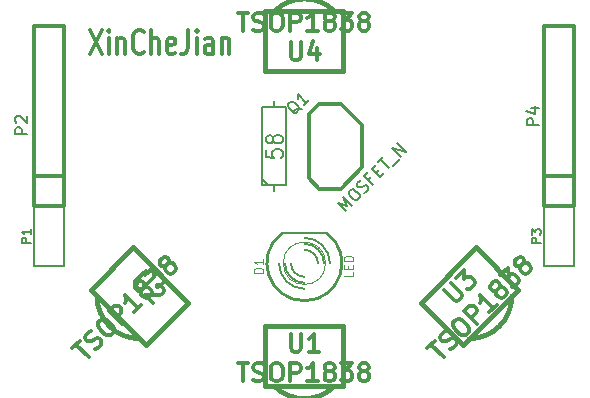
<source format=gto>
G04 (created by PCBNEW (2011-nov-30)-testing) date Wed 12 Sep 2012 12:51:24 AM CST*
%MOIN*%
G04 Gerber Fmt 3.4, Leading zero omitted, Abs format*
%FSLAX34Y34*%
G01*
G70*
G90*
G04 APERTURE LIST*
%ADD10C,0.006*%
%ADD11C,0.012*%
%ADD12C,0.015*%
%ADD13C,0.008*%
%ADD14C,0.003*%
%ADD15C,0.01*%
%ADD16C,0.0035*%
G04 APERTURE END LIST*
G54D10*
G54D11*
X21343Y-17124D02*
X21743Y-17924D01*
X21743Y-17124D02*
X21343Y-17924D01*
X21971Y-17924D02*
X21971Y-17390D01*
X21971Y-17124D02*
X21942Y-17162D01*
X21971Y-17200D01*
X21999Y-17162D01*
X21971Y-17124D01*
X21971Y-17200D01*
X22257Y-17390D02*
X22257Y-17924D01*
X22257Y-17467D02*
X22285Y-17429D01*
X22343Y-17390D01*
X22428Y-17390D01*
X22485Y-17429D01*
X22514Y-17505D01*
X22514Y-17924D01*
X23143Y-17848D02*
X23114Y-17886D01*
X23028Y-17924D01*
X22971Y-17924D01*
X22886Y-17886D01*
X22828Y-17810D01*
X22800Y-17733D01*
X22771Y-17581D01*
X22771Y-17467D01*
X22800Y-17314D01*
X22828Y-17238D01*
X22886Y-17162D01*
X22971Y-17124D01*
X23028Y-17124D01*
X23114Y-17162D01*
X23143Y-17200D01*
X23400Y-17924D02*
X23400Y-17124D01*
X23657Y-17924D02*
X23657Y-17505D01*
X23628Y-17429D01*
X23571Y-17390D01*
X23486Y-17390D01*
X23428Y-17429D01*
X23400Y-17467D01*
X24171Y-17886D02*
X24114Y-17924D01*
X24000Y-17924D01*
X23943Y-17886D01*
X23914Y-17810D01*
X23914Y-17505D01*
X23943Y-17429D01*
X24000Y-17390D01*
X24114Y-17390D01*
X24171Y-17429D01*
X24200Y-17505D01*
X24200Y-17581D01*
X23914Y-17657D01*
X24628Y-17124D02*
X24628Y-17695D01*
X24600Y-17810D01*
X24543Y-17886D01*
X24457Y-17924D01*
X24400Y-17924D01*
X24914Y-17924D02*
X24914Y-17390D01*
X24914Y-17124D02*
X24885Y-17162D01*
X24914Y-17200D01*
X24942Y-17162D01*
X24914Y-17124D01*
X24914Y-17200D01*
X25457Y-17924D02*
X25457Y-17505D01*
X25428Y-17429D01*
X25371Y-17390D01*
X25257Y-17390D01*
X25200Y-17429D01*
X25457Y-17886D02*
X25400Y-17924D01*
X25257Y-17924D01*
X25200Y-17886D01*
X25171Y-17810D01*
X25171Y-17733D01*
X25200Y-17657D01*
X25257Y-17619D01*
X25400Y-17619D01*
X25457Y-17581D01*
X25743Y-17390D02*
X25743Y-17924D01*
X25743Y-17467D02*
X25771Y-17429D01*
X25829Y-17390D01*
X25914Y-17390D01*
X25971Y-17429D01*
X26000Y-17505D01*
X26000Y-17924D01*
G54D12*
X27500Y-29000D02*
G75*
G03X29500Y-29000I1000J1000D01*
G74*
G01*
X27200Y-27000D02*
X27200Y-29000D01*
X27200Y-29000D02*
X29800Y-29000D01*
X29800Y-29000D02*
X29800Y-27000D01*
X29800Y-27000D02*
X27200Y-27000D01*
X29500Y-16500D02*
G75*
G03X27500Y-16500I-1000J-1000D01*
G74*
G01*
X29800Y-18500D02*
X29800Y-16500D01*
X29800Y-16500D02*
X27200Y-16500D01*
X27200Y-16500D02*
X27200Y-18500D01*
X27200Y-18500D02*
X29800Y-18500D01*
X21586Y-26000D02*
G75*
G03X23000Y-27414I1414J0D01*
G74*
G01*
X22788Y-24374D02*
X21374Y-25788D01*
X21374Y-25788D02*
X23212Y-27626D01*
X23212Y-27626D02*
X24626Y-26212D01*
X24626Y-26212D02*
X22788Y-24374D01*
X34000Y-27414D02*
G75*
G03X35414Y-26000I0J1414D01*
G74*
G01*
X32374Y-26212D02*
X33788Y-27626D01*
X33788Y-27626D02*
X35626Y-25788D01*
X35626Y-25788D02*
X34212Y-24374D01*
X34212Y-24374D02*
X32374Y-26212D01*
G54D11*
X28646Y-19939D02*
X28646Y-22061D01*
X28646Y-22061D02*
X29000Y-22414D01*
X29000Y-22414D02*
X29707Y-22414D01*
X29707Y-22414D02*
X30414Y-21707D01*
X30414Y-21707D02*
X30414Y-20293D01*
X30414Y-20293D02*
X29707Y-19586D01*
X29707Y-19586D02*
X29000Y-19586D01*
X29000Y-19586D02*
X28646Y-19939D01*
G54D13*
X27500Y-22500D02*
X27500Y-22300D01*
X27500Y-19500D02*
X27500Y-19700D01*
X27500Y-19700D02*
X27100Y-19700D01*
X27100Y-19700D02*
X27100Y-22300D01*
X27100Y-22300D02*
X27900Y-22300D01*
X27900Y-22300D02*
X27900Y-19700D01*
X27900Y-19700D02*
X27500Y-19700D01*
X27300Y-22300D02*
X27100Y-22100D01*
G54D10*
X20500Y-25000D02*
X19500Y-25000D01*
X19500Y-25000D02*
X19500Y-23000D01*
X19500Y-23000D02*
X20500Y-23000D01*
X20500Y-23000D02*
X20500Y-25000D01*
X37500Y-25000D02*
X36500Y-25000D01*
X36500Y-25000D02*
X36500Y-23000D01*
X36500Y-23000D02*
X37500Y-23000D01*
X37500Y-23000D02*
X37500Y-25000D01*
G54D11*
X20500Y-23000D02*
X19500Y-23000D01*
X19500Y-23000D02*
X19500Y-17000D01*
X19500Y-17000D02*
X20500Y-17000D01*
X20500Y-17000D02*
X20500Y-23000D01*
X20500Y-22000D02*
X19500Y-22000D01*
X37500Y-23000D02*
X36500Y-23000D01*
X36500Y-23000D02*
X36500Y-17000D01*
X36500Y-17000D02*
X37500Y-17000D01*
X37500Y-17000D02*
X37500Y-23000D01*
X37500Y-22000D02*
X36500Y-22000D01*
G54D13*
X29250Y-23880D02*
X27750Y-23880D01*
G54D14*
X29207Y-24900D02*
G75*
G03X29207Y-24900I-707J0D01*
G74*
G01*
G54D15*
X27749Y-23900D02*
G75*
G03X29251Y-23900I751J-1000D01*
G74*
G01*
G54D10*
X28050Y-24900D02*
G75*
G03X28500Y-25350I450J0D01*
G74*
G01*
X28950Y-24900D02*
G75*
G03X28500Y-24450I-450J0D01*
G74*
G01*
X27850Y-24900D02*
G75*
G03X28500Y-25550I650J0D01*
G74*
G01*
X29150Y-24900D02*
G75*
G03X28500Y-24250I-650J0D01*
G74*
G01*
X27650Y-24900D02*
G75*
G03X28500Y-25750I850J0D01*
G74*
G01*
X29350Y-24900D02*
G75*
G03X28500Y-24050I-850J0D01*
G74*
G01*
G54D11*
X28043Y-27249D02*
X28043Y-27735D01*
X28071Y-27792D01*
X28100Y-27820D01*
X28157Y-27849D01*
X28271Y-27849D01*
X28329Y-27820D01*
X28357Y-27792D01*
X28386Y-27735D01*
X28386Y-27249D01*
X28986Y-27849D02*
X28643Y-27849D01*
X28815Y-27849D02*
X28815Y-27249D01*
X28758Y-27335D01*
X28700Y-27392D01*
X28643Y-27420D01*
X26287Y-28234D02*
X26630Y-28234D01*
X26459Y-28834D02*
X26459Y-28234D01*
X26801Y-28805D02*
X26887Y-28834D01*
X27030Y-28834D01*
X27087Y-28805D01*
X27116Y-28777D01*
X27144Y-28720D01*
X27144Y-28662D01*
X27116Y-28605D01*
X27087Y-28577D01*
X27030Y-28548D01*
X26916Y-28520D01*
X26858Y-28491D01*
X26830Y-28462D01*
X26801Y-28405D01*
X26801Y-28348D01*
X26830Y-28291D01*
X26858Y-28262D01*
X26916Y-28234D01*
X27058Y-28234D01*
X27144Y-28262D01*
X27515Y-28234D02*
X27629Y-28234D01*
X27687Y-28262D01*
X27744Y-28320D01*
X27772Y-28434D01*
X27772Y-28634D01*
X27744Y-28748D01*
X27687Y-28805D01*
X27629Y-28834D01*
X27515Y-28834D01*
X27458Y-28805D01*
X27401Y-28748D01*
X27372Y-28634D01*
X27372Y-28434D01*
X27401Y-28320D01*
X27458Y-28262D01*
X27515Y-28234D01*
X28030Y-28834D02*
X28030Y-28234D01*
X28258Y-28234D01*
X28316Y-28262D01*
X28344Y-28291D01*
X28373Y-28348D01*
X28373Y-28434D01*
X28344Y-28491D01*
X28316Y-28520D01*
X28258Y-28548D01*
X28030Y-28548D01*
X28944Y-28834D02*
X28601Y-28834D01*
X28773Y-28834D02*
X28773Y-28234D01*
X28716Y-28320D01*
X28658Y-28377D01*
X28601Y-28405D01*
X29287Y-28491D02*
X29229Y-28462D01*
X29201Y-28434D01*
X29172Y-28377D01*
X29172Y-28348D01*
X29201Y-28291D01*
X29229Y-28262D01*
X29287Y-28234D01*
X29401Y-28234D01*
X29458Y-28262D01*
X29487Y-28291D01*
X29515Y-28348D01*
X29515Y-28377D01*
X29487Y-28434D01*
X29458Y-28462D01*
X29401Y-28491D01*
X29287Y-28491D01*
X29229Y-28520D01*
X29201Y-28548D01*
X29172Y-28605D01*
X29172Y-28720D01*
X29201Y-28777D01*
X29229Y-28805D01*
X29287Y-28834D01*
X29401Y-28834D01*
X29458Y-28805D01*
X29487Y-28777D01*
X29515Y-28720D01*
X29515Y-28605D01*
X29487Y-28548D01*
X29458Y-28520D01*
X29401Y-28491D01*
X29715Y-28234D02*
X30086Y-28234D01*
X29886Y-28462D01*
X29972Y-28462D01*
X30029Y-28491D01*
X30058Y-28520D01*
X30086Y-28577D01*
X30086Y-28720D01*
X30058Y-28777D01*
X30029Y-28805D01*
X29972Y-28834D01*
X29800Y-28834D01*
X29743Y-28805D01*
X29715Y-28777D01*
X30429Y-28491D02*
X30371Y-28462D01*
X30343Y-28434D01*
X30314Y-28377D01*
X30314Y-28348D01*
X30343Y-28291D01*
X30371Y-28262D01*
X30429Y-28234D01*
X30543Y-28234D01*
X30600Y-28262D01*
X30629Y-28291D01*
X30657Y-28348D01*
X30657Y-28377D01*
X30629Y-28434D01*
X30600Y-28462D01*
X30543Y-28491D01*
X30429Y-28491D01*
X30371Y-28520D01*
X30343Y-28548D01*
X30314Y-28605D01*
X30314Y-28720D01*
X30343Y-28777D01*
X30371Y-28805D01*
X30429Y-28834D01*
X30543Y-28834D01*
X30600Y-28805D01*
X30629Y-28777D01*
X30657Y-28720D01*
X30657Y-28605D01*
X30629Y-28548D01*
X30600Y-28520D01*
X30543Y-28491D01*
X28043Y-17537D02*
X28043Y-18023D01*
X28071Y-18080D01*
X28100Y-18108D01*
X28157Y-18137D01*
X28271Y-18137D01*
X28329Y-18108D01*
X28357Y-18080D01*
X28386Y-18023D01*
X28386Y-17537D01*
X28929Y-17737D02*
X28929Y-18137D01*
X28786Y-17508D02*
X28643Y-17937D01*
X29015Y-17937D01*
X26287Y-16552D02*
X26630Y-16552D01*
X26459Y-17152D02*
X26459Y-16552D01*
X26801Y-17123D02*
X26887Y-17152D01*
X27030Y-17152D01*
X27087Y-17123D01*
X27116Y-17095D01*
X27144Y-17038D01*
X27144Y-16980D01*
X27116Y-16923D01*
X27087Y-16895D01*
X27030Y-16866D01*
X26916Y-16838D01*
X26858Y-16809D01*
X26830Y-16780D01*
X26801Y-16723D01*
X26801Y-16666D01*
X26830Y-16609D01*
X26858Y-16580D01*
X26916Y-16552D01*
X27058Y-16552D01*
X27144Y-16580D01*
X27515Y-16552D02*
X27629Y-16552D01*
X27687Y-16580D01*
X27744Y-16638D01*
X27772Y-16752D01*
X27772Y-16952D01*
X27744Y-17066D01*
X27687Y-17123D01*
X27629Y-17152D01*
X27515Y-17152D01*
X27458Y-17123D01*
X27401Y-17066D01*
X27372Y-16952D01*
X27372Y-16752D01*
X27401Y-16638D01*
X27458Y-16580D01*
X27515Y-16552D01*
X28030Y-17152D02*
X28030Y-16552D01*
X28258Y-16552D01*
X28316Y-16580D01*
X28344Y-16609D01*
X28373Y-16666D01*
X28373Y-16752D01*
X28344Y-16809D01*
X28316Y-16838D01*
X28258Y-16866D01*
X28030Y-16866D01*
X28944Y-17152D02*
X28601Y-17152D01*
X28773Y-17152D02*
X28773Y-16552D01*
X28716Y-16638D01*
X28658Y-16695D01*
X28601Y-16723D01*
X29287Y-16809D02*
X29229Y-16780D01*
X29201Y-16752D01*
X29172Y-16695D01*
X29172Y-16666D01*
X29201Y-16609D01*
X29229Y-16580D01*
X29287Y-16552D01*
X29401Y-16552D01*
X29458Y-16580D01*
X29487Y-16609D01*
X29515Y-16666D01*
X29515Y-16695D01*
X29487Y-16752D01*
X29458Y-16780D01*
X29401Y-16809D01*
X29287Y-16809D01*
X29229Y-16838D01*
X29201Y-16866D01*
X29172Y-16923D01*
X29172Y-17038D01*
X29201Y-17095D01*
X29229Y-17123D01*
X29287Y-17152D01*
X29401Y-17152D01*
X29458Y-17123D01*
X29487Y-17095D01*
X29515Y-17038D01*
X29515Y-16923D01*
X29487Y-16866D01*
X29458Y-16838D01*
X29401Y-16809D01*
X29715Y-16552D02*
X30086Y-16552D01*
X29886Y-16780D01*
X29972Y-16780D01*
X30029Y-16809D01*
X30058Y-16838D01*
X30086Y-16895D01*
X30086Y-17038D01*
X30058Y-17095D01*
X30029Y-17123D01*
X29972Y-17152D01*
X29800Y-17152D01*
X29743Y-17123D01*
X29715Y-17095D01*
X30429Y-16809D02*
X30371Y-16780D01*
X30343Y-16752D01*
X30314Y-16695D01*
X30314Y-16666D01*
X30343Y-16609D01*
X30371Y-16580D01*
X30429Y-16552D01*
X30543Y-16552D01*
X30600Y-16580D01*
X30629Y-16609D01*
X30657Y-16666D01*
X30657Y-16695D01*
X30629Y-16752D01*
X30600Y-16780D01*
X30543Y-16809D01*
X30429Y-16809D01*
X30371Y-16838D01*
X30343Y-16866D01*
X30314Y-16923D01*
X30314Y-17038D01*
X30343Y-17095D01*
X30371Y-17123D01*
X30429Y-17152D01*
X30543Y-17152D01*
X30600Y-17123D01*
X30629Y-17095D01*
X30657Y-17038D01*
X30657Y-16923D01*
X30629Y-16866D01*
X30600Y-16838D01*
X30543Y-16809D01*
X23208Y-25145D02*
X22865Y-25489D01*
X22844Y-25549D01*
X22845Y-25589D01*
X22865Y-25650D01*
X22945Y-25731D01*
X23007Y-25751D01*
X23046Y-25751D01*
X23107Y-25732D01*
X23451Y-25388D01*
X23592Y-25610D02*
X23633Y-25610D01*
X23693Y-25630D01*
X23794Y-25732D01*
X23815Y-25792D01*
X23815Y-25833D01*
X23794Y-25893D01*
X23754Y-25933D01*
X23674Y-25974D01*
X23188Y-25974D01*
X23451Y-26236D01*
X20765Y-27730D02*
X21007Y-27488D01*
X21311Y-28033D02*
X20886Y-27609D01*
X21532Y-27771D02*
X21613Y-27730D01*
X21714Y-27629D01*
X21734Y-27568D01*
X21735Y-27528D01*
X21714Y-27468D01*
X21673Y-27427D01*
X21613Y-27407D01*
X21573Y-27407D01*
X21512Y-27427D01*
X21412Y-27488D01*
X21350Y-27508D01*
X21310Y-27508D01*
X21249Y-27488D01*
X21209Y-27448D01*
X21189Y-27387D01*
X21188Y-27346D01*
X21210Y-27286D01*
X21310Y-27185D01*
X21391Y-27144D01*
X21633Y-26862D02*
X21714Y-26781D01*
X21774Y-26760D01*
X21856Y-26761D01*
X21956Y-26822D01*
X22098Y-26963D01*
X22158Y-27064D01*
X22158Y-27144D01*
X22138Y-27206D01*
X22057Y-27286D01*
X21997Y-27306D01*
X21916Y-27306D01*
X21815Y-27246D01*
X21673Y-27105D01*
X21613Y-27003D01*
X21613Y-26922D01*
X21633Y-26862D01*
X22421Y-26922D02*
X21997Y-26498D01*
X22158Y-26337D01*
X22219Y-26315D01*
X22260Y-26316D01*
X22320Y-26336D01*
X22381Y-26397D01*
X22401Y-26458D01*
X22402Y-26498D01*
X22380Y-26559D01*
X22219Y-26720D01*
X23068Y-26276D02*
X22825Y-26518D01*
X22947Y-26397D02*
X22523Y-25973D01*
X22543Y-26074D01*
X22542Y-26155D01*
X22522Y-26215D01*
X23068Y-25791D02*
X23006Y-25811D01*
X22967Y-25811D01*
X22906Y-25792D01*
X22885Y-25771D01*
X22866Y-25710D01*
X22865Y-25670D01*
X22886Y-25609D01*
X22967Y-25528D01*
X23027Y-25508D01*
X23068Y-25508D01*
X23128Y-25528D01*
X23148Y-25549D01*
X23169Y-25609D01*
X23168Y-25649D01*
X23148Y-25710D01*
X23068Y-25791D01*
X23047Y-25852D01*
X23047Y-25892D01*
X23067Y-25953D01*
X23148Y-26034D01*
X23209Y-26054D01*
X23249Y-26054D01*
X23310Y-26033D01*
X23391Y-25953D01*
X23411Y-25892D01*
X23411Y-25852D01*
X23391Y-25792D01*
X23310Y-25710D01*
X23250Y-25690D01*
X23209Y-25690D01*
X23148Y-25710D01*
X23189Y-25306D02*
X23451Y-25044D01*
X23471Y-25347D01*
X23532Y-25286D01*
X23592Y-25266D01*
X23633Y-25266D01*
X23694Y-25287D01*
X23795Y-25388D01*
X23815Y-25448D01*
X23814Y-25488D01*
X23795Y-25549D01*
X23673Y-25671D01*
X23612Y-25690D01*
X23573Y-25690D01*
X23875Y-24983D02*
X23814Y-25004D01*
X23774Y-25004D01*
X23713Y-24984D01*
X23693Y-24963D01*
X23673Y-24903D01*
X23672Y-24862D01*
X23694Y-24802D01*
X23774Y-24721D01*
X23834Y-24700D01*
X23875Y-24700D01*
X23935Y-24721D01*
X23956Y-24741D01*
X23976Y-24802D01*
X23976Y-24842D01*
X23956Y-24903D01*
X23875Y-24983D01*
X23855Y-25045D01*
X23855Y-25084D01*
X23875Y-25145D01*
X23956Y-25227D01*
X24017Y-25246D01*
X24056Y-25246D01*
X24118Y-25226D01*
X24198Y-25145D01*
X24218Y-25084D01*
X24219Y-25044D01*
X24198Y-24984D01*
X24117Y-24903D01*
X24057Y-24882D01*
X24017Y-24883D01*
X23956Y-24903D01*
X33145Y-25792D02*
X33489Y-26135D01*
X33549Y-26156D01*
X33589Y-26155D01*
X33650Y-26135D01*
X33731Y-26055D01*
X33751Y-25993D01*
X33751Y-25954D01*
X33732Y-25893D01*
X33388Y-25549D01*
X33550Y-25387D02*
X33812Y-25125D01*
X33832Y-25428D01*
X33893Y-25367D01*
X33954Y-25347D01*
X33995Y-25347D01*
X34055Y-25367D01*
X34156Y-25469D01*
X34176Y-25529D01*
X34176Y-25569D01*
X34156Y-25630D01*
X34034Y-25751D01*
X33973Y-25771D01*
X33934Y-25771D01*
X32601Y-27730D02*
X32843Y-27488D01*
X33147Y-28033D02*
X32722Y-27609D01*
X33368Y-27771D02*
X33449Y-27730D01*
X33550Y-27629D01*
X33570Y-27568D01*
X33571Y-27528D01*
X33550Y-27468D01*
X33509Y-27427D01*
X33449Y-27407D01*
X33409Y-27407D01*
X33348Y-27427D01*
X33248Y-27488D01*
X33186Y-27508D01*
X33146Y-27508D01*
X33085Y-27488D01*
X33045Y-27448D01*
X33025Y-27387D01*
X33024Y-27346D01*
X33046Y-27286D01*
X33146Y-27185D01*
X33227Y-27144D01*
X33469Y-26862D02*
X33550Y-26781D01*
X33610Y-26760D01*
X33692Y-26761D01*
X33792Y-26822D01*
X33934Y-26963D01*
X33994Y-27064D01*
X33994Y-27144D01*
X33974Y-27206D01*
X33893Y-27286D01*
X33833Y-27306D01*
X33752Y-27306D01*
X33651Y-27246D01*
X33509Y-27105D01*
X33449Y-27003D01*
X33449Y-26922D01*
X33469Y-26862D01*
X34257Y-26922D02*
X33833Y-26498D01*
X33994Y-26337D01*
X34055Y-26315D01*
X34096Y-26316D01*
X34156Y-26336D01*
X34217Y-26397D01*
X34237Y-26458D01*
X34238Y-26498D01*
X34216Y-26559D01*
X34055Y-26720D01*
X34904Y-26276D02*
X34661Y-26518D01*
X34783Y-26397D02*
X34359Y-25973D01*
X34379Y-26074D01*
X34378Y-26155D01*
X34358Y-26215D01*
X34904Y-25791D02*
X34842Y-25811D01*
X34803Y-25811D01*
X34742Y-25792D01*
X34721Y-25771D01*
X34702Y-25710D01*
X34701Y-25670D01*
X34722Y-25609D01*
X34803Y-25528D01*
X34863Y-25508D01*
X34904Y-25508D01*
X34964Y-25528D01*
X34984Y-25549D01*
X35005Y-25609D01*
X35004Y-25649D01*
X34984Y-25710D01*
X34904Y-25791D01*
X34883Y-25852D01*
X34883Y-25892D01*
X34903Y-25953D01*
X34984Y-26034D01*
X35045Y-26054D01*
X35085Y-26054D01*
X35146Y-26033D01*
X35227Y-25953D01*
X35247Y-25892D01*
X35247Y-25852D01*
X35227Y-25792D01*
X35146Y-25710D01*
X35086Y-25690D01*
X35045Y-25690D01*
X34984Y-25710D01*
X35025Y-25306D02*
X35287Y-25044D01*
X35307Y-25347D01*
X35368Y-25286D01*
X35428Y-25266D01*
X35469Y-25266D01*
X35530Y-25287D01*
X35631Y-25388D01*
X35651Y-25448D01*
X35650Y-25488D01*
X35631Y-25549D01*
X35509Y-25671D01*
X35448Y-25690D01*
X35409Y-25690D01*
X35711Y-24983D02*
X35650Y-25004D01*
X35610Y-25004D01*
X35549Y-24984D01*
X35529Y-24963D01*
X35509Y-24903D01*
X35508Y-24862D01*
X35530Y-24802D01*
X35610Y-24721D01*
X35670Y-24700D01*
X35711Y-24700D01*
X35771Y-24721D01*
X35792Y-24741D01*
X35812Y-24802D01*
X35812Y-24842D01*
X35792Y-24903D01*
X35711Y-24983D01*
X35691Y-25045D01*
X35691Y-25084D01*
X35711Y-25145D01*
X35792Y-25227D01*
X35853Y-25246D01*
X35892Y-25246D01*
X35954Y-25226D01*
X36034Y-25145D01*
X36054Y-25084D01*
X36055Y-25044D01*
X36034Y-24984D01*
X35953Y-24903D01*
X35893Y-24882D01*
X35853Y-24883D01*
X35792Y-24903D01*
G54D13*
X28408Y-19754D02*
X28367Y-19768D01*
X28314Y-19768D01*
X28233Y-19768D01*
X28192Y-19782D01*
X28165Y-19809D01*
X28246Y-19862D02*
X28205Y-19876D01*
X28152Y-19876D01*
X28084Y-19836D01*
X27990Y-19741D01*
X27949Y-19674D01*
X27949Y-19620D01*
X27963Y-19580D01*
X28017Y-19525D01*
X28058Y-19512D01*
X28111Y-19512D01*
X28178Y-19552D01*
X28273Y-19647D01*
X28314Y-19714D01*
X28314Y-19768D01*
X28300Y-19808D01*
X28246Y-19862D01*
X28637Y-19471D02*
X28475Y-19633D01*
X28555Y-19553D02*
X28272Y-19270D01*
X28286Y-19337D01*
X28286Y-19391D01*
X28272Y-19431D01*
X29893Y-23166D02*
X29610Y-22883D01*
X29907Y-22990D01*
X29799Y-22694D01*
X30081Y-22977D01*
X29987Y-22506D02*
X30041Y-22451D01*
X30081Y-22438D01*
X30135Y-22438D01*
X30202Y-22478D01*
X30297Y-22573D01*
X30337Y-22640D01*
X30337Y-22694D01*
X30324Y-22734D01*
X30269Y-22789D01*
X30229Y-22802D01*
X30175Y-22802D01*
X30108Y-22762D01*
X30014Y-22667D01*
X29973Y-22600D01*
X29973Y-22546D01*
X29987Y-22506D01*
X30485Y-22546D02*
X30539Y-22519D01*
X30607Y-22451D01*
X30620Y-22411D01*
X30620Y-22384D01*
X30607Y-22344D01*
X30580Y-22317D01*
X30540Y-22304D01*
X30512Y-22303D01*
X30472Y-22316D01*
X30404Y-22357D01*
X30364Y-22371D01*
X30337Y-22371D01*
X30296Y-22357D01*
X30269Y-22330D01*
X30256Y-22290D01*
X30256Y-22263D01*
X30269Y-22223D01*
X30337Y-22155D01*
X30391Y-22128D01*
X30728Y-22033D02*
X30633Y-22128D01*
X30781Y-22277D02*
X30499Y-21994D01*
X30634Y-21859D01*
X30875Y-21886D02*
X30970Y-21791D01*
X31159Y-21899D02*
X31024Y-22034D01*
X30741Y-21751D01*
X30876Y-21616D01*
X30957Y-21536D02*
X31119Y-21374D01*
X31320Y-21738D02*
X31037Y-21455D01*
X31455Y-21657D02*
X31671Y-21441D01*
X31711Y-21347D02*
X31428Y-21064D01*
X31873Y-21185D01*
X31590Y-20902D01*
X27223Y-21119D02*
X27223Y-21357D01*
X27485Y-21381D01*
X27458Y-21357D01*
X27432Y-21309D01*
X27432Y-21190D01*
X27458Y-21143D01*
X27485Y-21119D01*
X27537Y-21095D01*
X27668Y-21095D01*
X27720Y-21119D01*
X27746Y-21143D01*
X27773Y-21190D01*
X27773Y-21309D01*
X27746Y-21357D01*
X27720Y-21381D01*
X27458Y-20810D02*
X27432Y-20857D01*
X27406Y-20881D01*
X27354Y-20905D01*
X27327Y-20905D01*
X27275Y-20881D01*
X27249Y-20857D01*
X27223Y-20810D01*
X27223Y-20714D01*
X27249Y-20667D01*
X27275Y-20643D01*
X27327Y-20619D01*
X27354Y-20619D01*
X27406Y-20643D01*
X27432Y-20667D01*
X27458Y-20714D01*
X27458Y-20810D01*
X27485Y-20857D01*
X27511Y-20881D01*
X27563Y-20905D01*
X27668Y-20905D01*
X27720Y-20881D01*
X27746Y-20857D01*
X27773Y-20810D01*
X27773Y-20714D01*
X27746Y-20667D01*
X27720Y-20643D01*
X27668Y-20619D01*
X27563Y-20619D01*
X27511Y-20643D01*
X27485Y-20667D01*
X27458Y-20714D01*
G54D10*
X19371Y-24222D02*
X19071Y-24222D01*
X19071Y-24107D01*
X19086Y-24079D01*
X19100Y-24064D01*
X19129Y-24050D01*
X19171Y-24050D01*
X19200Y-24064D01*
X19214Y-24079D01*
X19229Y-24107D01*
X19229Y-24222D01*
X19371Y-23764D02*
X19371Y-23936D01*
X19371Y-23850D02*
X19071Y-23850D01*
X19114Y-23879D01*
X19143Y-23907D01*
X19157Y-23936D01*
X36371Y-24222D02*
X36071Y-24222D01*
X36071Y-24107D01*
X36086Y-24079D01*
X36100Y-24064D01*
X36129Y-24050D01*
X36171Y-24050D01*
X36200Y-24064D01*
X36214Y-24079D01*
X36229Y-24107D01*
X36229Y-24222D01*
X36071Y-23950D02*
X36071Y-23764D01*
X36186Y-23864D01*
X36186Y-23822D01*
X36200Y-23793D01*
X36214Y-23779D01*
X36243Y-23764D01*
X36314Y-23764D01*
X36343Y-23779D01*
X36357Y-23793D01*
X36371Y-23822D01*
X36371Y-23907D01*
X36357Y-23936D01*
X36343Y-23950D01*
G54D13*
X19262Y-20595D02*
X18862Y-20595D01*
X18862Y-20442D01*
X18881Y-20404D01*
X18900Y-20385D01*
X18938Y-20366D01*
X18995Y-20366D01*
X19033Y-20385D01*
X19052Y-20404D01*
X19071Y-20442D01*
X19071Y-20595D01*
X18900Y-20214D02*
X18881Y-20195D01*
X18862Y-20157D01*
X18862Y-20061D01*
X18881Y-20023D01*
X18900Y-20004D01*
X18938Y-19985D01*
X18976Y-19985D01*
X19033Y-20004D01*
X19262Y-20233D01*
X19262Y-19985D01*
X36312Y-20295D02*
X35912Y-20295D01*
X35912Y-20142D01*
X35931Y-20104D01*
X35950Y-20085D01*
X35988Y-20066D01*
X36045Y-20066D01*
X36083Y-20085D01*
X36102Y-20104D01*
X36121Y-20142D01*
X36121Y-20295D01*
X36045Y-19723D02*
X36312Y-19723D01*
X35893Y-19819D02*
X36179Y-19914D01*
X36179Y-19666D01*
G54D16*
X27121Y-25222D02*
X26821Y-25222D01*
X26821Y-25150D01*
X26836Y-25107D01*
X26864Y-25079D01*
X26893Y-25064D01*
X26950Y-25050D01*
X26993Y-25050D01*
X27050Y-25064D01*
X27079Y-25079D01*
X27107Y-25107D01*
X27121Y-25150D01*
X27121Y-25222D01*
X27121Y-24764D02*
X27121Y-24936D01*
X27121Y-24850D02*
X26821Y-24850D01*
X26864Y-24879D01*
X26893Y-24907D01*
X26907Y-24936D01*
X30121Y-25193D02*
X30121Y-25336D01*
X29821Y-25336D01*
X29964Y-25093D02*
X29964Y-24993D01*
X30121Y-24950D02*
X30121Y-25093D01*
X29821Y-25093D01*
X29821Y-24950D01*
X30121Y-24822D02*
X29821Y-24822D01*
X29821Y-24750D01*
X29836Y-24707D01*
X29864Y-24679D01*
X29893Y-24664D01*
X29950Y-24650D01*
X29993Y-24650D01*
X30050Y-24664D01*
X30079Y-24679D01*
X30107Y-24707D01*
X30121Y-24750D01*
X30121Y-24822D01*
M02*

</source>
